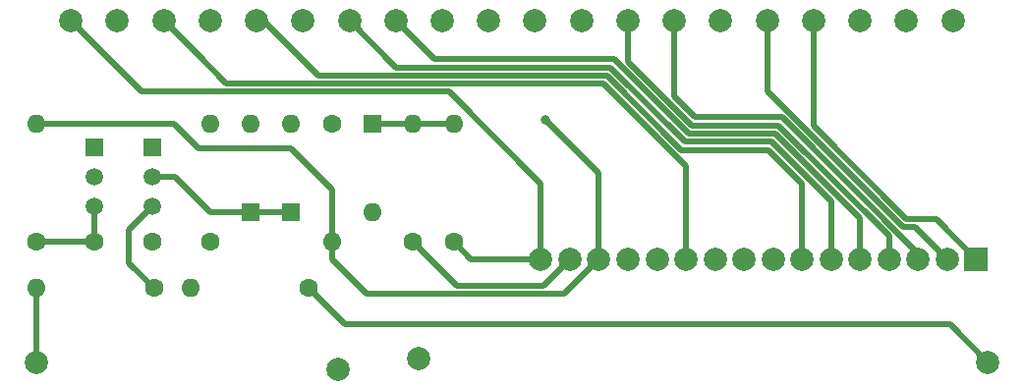
<source format=gtl>
%TF.GenerationSoftware,KiCad,Pcbnew,(5.1.7)-1*%
%TF.CreationDate,2021-11-13T14:15:28+01:00*%
%TF.ProjectId,display-board,64697370-6c61-4792-9d62-6f6172642e6b,rev?*%
%TF.SameCoordinates,Original*%
%TF.FileFunction,Copper,L1,Top*%
%TF.FilePolarity,Positive*%
%FSLAX46Y46*%
G04 Gerber Fmt 4.6, Leading zero omitted, Abs format (unit mm)*
G04 Created by KiCad (PCBNEW (5.1.7)-1) date 2021-11-13 14:15:28*
%MOMM*%
%LPD*%
G01*
G04 APERTURE LIST*
%TA.AperFunction,ComponentPad*%
%ADD10R,2.000000X2.000000*%
%TD*%
%TA.AperFunction,ComponentPad*%
%ADD11C,2.000000*%
%TD*%
%TA.AperFunction,ComponentPad*%
%ADD12C,1.600000*%
%TD*%
%TA.AperFunction,ComponentPad*%
%ADD13C,1.520000*%
%TD*%
%TA.AperFunction,ComponentPad*%
%ADD14R,1.520000X1.520000*%
%TD*%
%TA.AperFunction,ComponentPad*%
%ADD15O,1.600000X1.600000*%
%TD*%
%TA.AperFunction,ComponentPad*%
%ADD16R,1.600000X1.600000*%
%TD*%
%TA.AperFunction,ViaPad*%
%ADD17C,0.800000*%
%TD*%
%TA.AperFunction,Conductor*%
%ADD18C,0.500000*%
%TD*%
G04 APERTURE END LIST*
D10*
%TO.P,J2,1*%
%TO.N,D17*%
X105000000Y-42500000D03*
D11*
%TO.P,J2,2*%
%TO.N,D16*%
X102500000Y-42500000D03*
%TO.P,J2,3*%
%TO.N,D14*%
X100000000Y-42500000D03*
%TO.P,J2,4*%
%TO.N,D13*%
X97500000Y-42500000D03*
%TO.P,J2,5*%
%TO.N,D8*%
X95000000Y-42500000D03*
%TO.P,J2,6*%
%TO.N,D7*%
X92500000Y-42500000D03*
%TO.P,J2,7*%
%TO.N,D5*%
X90000000Y-42500000D03*
%TO.P,J2,8*%
%TO.N,P602_9*%
X87500000Y-42500000D03*
%TO.P,J2,9*%
%TO.N,D6*%
X85000000Y-42500000D03*
%TO.P,J2,10*%
%TO.N,D9*%
X82500000Y-42500000D03*
%TO.P,J2,11*%
%TO.N,D12*%
X80000000Y-42500000D03*
%TO.P,J2,12*%
%TO.N,D15*%
X77500000Y-42500000D03*
%TO.P,J2,13*%
%TO.N,D18*%
X75000000Y-42500000D03*
%TO.P,J2,14*%
%TO.N,D10*%
X72500000Y-42500000D03*
%TO.P,J2,15*%
%TO.N,D20*%
X70000000Y-42500000D03*
%TO.P,J2,16*%
%TO.N,D1*%
X67500000Y-42500000D03*
%TD*%
%TO.P,J3,1*%
%TO.N,Net-(J3-Pad1)*%
X24000000Y-51400000D03*
%TD*%
%TO.P,J4,1*%
%TO.N,Net-(J4-Pad1)*%
X106000000Y-51400000D03*
%TD*%
%TO.P,J6,1*%
%TO.N,Net-(J6-Pad1)*%
X57000000Y-51100000D03*
%TD*%
%TO.P,J5,1*%
%TO.N,Net-(J5-Pad1)*%
X50000000Y-52000000D03*
%TD*%
D12*
%TO.P,C701,1*%
%TO.N,Net-(C701-Pad1)*%
X34000000Y-41040000D03*
%TO.P,C701,2*%
%TO.N,Net-(C701-Pad2)*%
X29000000Y-41040000D03*
%TD*%
D13*
%TO.P,T702,2*%
%TO.N,Net-(D701-Pad1)*%
X34000000Y-35440000D03*
%TO.P,T702,3*%
%TO.N,Net-(R704-Pad1)*%
X34000000Y-37980000D03*
D14*
%TO.P,T702,1*%
%TO.N,P602_9*%
X34000000Y-32900000D03*
%TD*%
D13*
%TO.P,T701,2*%
%TO.N,Net-(C701-Pad1)*%
X29000000Y-35440000D03*
%TO.P,T701,3*%
%TO.N,Net-(C701-Pad2)*%
X29000000Y-37980000D03*
D14*
%TO.P,T701,1*%
%TO.N,P602_9*%
X29000000Y-32900000D03*
%TD*%
D12*
%TO.P,R707,1*%
%TO.N,D20*%
X56500000Y-41040000D03*
D15*
%TO.P,R707,2*%
%TO.N,Net-(D703-Pad1)*%
X56500000Y-30880000D03*
%TD*%
D12*
%TO.P,R706,1*%
%TO.N,D1*%
X60000000Y-41040000D03*
D15*
%TO.P,R706,2*%
%TO.N,Net-(D703-Pad1)*%
X60000000Y-30880000D03*
%TD*%
D12*
%TO.P,R705,1*%
%TO.N,Net-(J4-Pad1)*%
X47500000Y-45000000D03*
D15*
%TO.P,R705,2*%
%TO.N,Net-(C701-Pad1)*%
X37340000Y-45000000D03*
%TD*%
D12*
%TO.P,R704,1*%
%TO.N,Net-(R704-Pad1)*%
X34160000Y-45000000D03*
D15*
%TO.P,R704,2*%
%TO.N,Net-(J3-Pad1)*%
X24000000Y-45000000D03*
%TD*%
D12*
%TO.P,R703,1*%
%TO.N,Net-(C701-Pad2)*%
X24000000Y-41040000D03*
D15*
%TO.P,R703,2*%
%TO.N,D10*%
X24000000Y-30880000D03*
%TD*%
D12*
%TO.P,R702,1*%
%TO.N,Net-(C701-Pad1)*%
X39000000Y-41040000D03*
D15*
%TO.P,R702,2*%
%TO.N,D2*%
X39000000Y-30880000D03*
%TD*%
D12*
%TO.P,R701,1*%
%TO.N,D4*%
X49500000Y-30880000D03*
D15*
%TO.P,R701,2*%
%TO.N,D10*%
X49500000Y-41040000D03*
%TD*%
D16*
%TO.P,D703,1*%
%TO.N,Net-(D703-Pad1)*%
X53000000Y-30880000D03*
D15*
%TO.P,D703,2*%
%TO.N,P602_9*%
X53000000Y-38500000D03*
%TD*%
D16*
%TO.P,D702,1*%
%TO.N,Net-(D701-Pad1)*%
X42500000Y-38500000D03*
D15*
%TO.P,D702,2*%
%TO.N,D2*%
X42500000Y-30880000D03*
%TD*%
D16*
%TO.P,D701,1*%
%TO.N,Net-(D701-Pad1)*%
X46000000Y-38500000D03*
D15*
%TO.P,D701,2*%
%TO.N,D4*%
X46000000Y-30880000D03*
%TD*%
D11*
%TO.P,J1,20*%
%TO.N,D20*%
X103000000Y-22000000D03*
%TO.P,J1,19*%
%TO.N,D19*%
X99000000Y-22000000D03*
%TO.P,J1,18*%
%TO.N,D18*%
X95000000Y-22000000D03*
%TO.P,J1,17*%
%TO.N,D17*%
X91000000Y-22000000D03*
%TO.P,J1,16*%
%TO.N,D16*%
X87000000Y-22000000D03*
%TO.P,J1,15*%
%TO.N,D15*%
X83000000Y-22000000D03*
%TO.P,J1,14*%
%TO.N,D14*%
X79000000Y-22000000D03*
%TO.P,J1,13*%
%TO.N,D13*%
X75000000Y-22000000D03*
%TO.P,J1,12*%
%TO.N,D12*%
X71000000Y-22000000D03*
%TO.P,J1,11*%
%TO.N,D11*%
X67000000Y-22000000D03*
%TO.P,J1,10*%
%TO.N,D10*%
X63000000Y-22000000D03*
%TO.P,J1,9*%
%TO.N,D9*%
X59000000Y-22000000D03*
%TO.P,J1,8*%
%TO.N,D8*%
X55000000Y-22000000D03*
%TO.P,J1,7*%
%TO.N,D7*%
X51000000Y-22000000D03*
%TO.P,J1,6*%
%TO.N,D6*%
X47000000Y-22000000D03*
%TO.P,J1,5*%
%TO.N,D5*%
X43000000Y-22000000D03*
%TO.P,J1,4*%
%TO.N,D4*%
X39000000Y-22000000D03*
%TO.P,J1,3*%
%TO.N,D12*%
X35000000Y-22000000D03*
%TO.P,J1,2*%
%TO.N,D2*%
X31000000Y-22000000D03*
%TO.P,J1,1*%
%TO.N,D1*%
X27000000Y-22000000D03*
%TD*%
D17*
%TO.N,D10*%
X67900000Y-30500000D03*
%TD*%
D18*
%TO.N,D20*%
X67700010Y-44799990D02*
X70000000Y-42500000D01*
X60259990Y-44799990D02*
X67700010Y-44799990D01*
X56500000Y-41040000D02*
X60259990Y-44799990D01*
%TO.N,D17*%
X91000000Y-31060224D02*
X91000000Y-22000000D01*
X98999804Y-39060028D02*
X91000000Y-31060224D01*
X101560028Y-39060028D02*
X98999804Y-39060028D01*
X105000000Y-42500000D02*
X101560028Y-39060028D01*
%TO.N,D16*%
X87000000Y-22000000D02*
X87000000Y-28050186D01*
X87000000Y-28050186D02*
X98709852Y-39760038D01*
X99760038Y-39760038D02*
X98709852Y-39760038D01*
X102500000Y-42500000D02*
X99760038Y-39760038D01*
%TO.N,D14*%
X100000000Y-42040148D02*
X100000000Y-42500000D01*
X88259842Y-30299990D02*
X100000000Y-42040148D01*
X80799990Y-30299990D02*
X88259842Y-30299990D01*
X79000000Y-28500000D02*
X80799990Y-30299990D01*
X79000000Y-22000000D02*
X79000000Y-28500000D01*
%TO.N,D13*%
X87969889Y-31000000D02*
X97500000Y-40530111D01*
X80500000Y-31000000D02*
X87969889Y-31000000D01*
X75000000Y-25500000D02*
X80500000Y-31000000D01*
X97500000Y-40530111D02*
X97500000Y-42500000D01*
X75000000Y-22000000D02*
X75000000Y-25500000D01*
%TO.N,D12*%
X37799990Y-24799990D02*
X35000000Y-22000000D01*
X40400030Y-27400030D02*
X37799990Y-24799990D01*
X72920106Y-27400030D02*
X40400030Y-27400030D01*
X73500000Y-27979924D02*
X72920106Y-27400030D01*
X73500000Y-28000000D02*
X73500000Y-27979924D01*
X80000000Y-34500000D02*
X73500000Y-28000000D01*
X80000000Y-42500000D02*
X80000000Y-34500000D01*
%TO.N,D10*%
X72500000Y-42500000D02*
X72500000Y-35100000D01*
X72500000Y-35100000D02*
X67900000Y-30500000D01*
X49500000Y-41040000D02*
X49500000Y-36500000D01*
X49500000Y-36500000D02*
X46000000Y-33000000D01*
X69500000Y-45500000D02*
X72500000Y-42500000D01*
X52500000Y-45500000D02*
X69500000Y-45500000D01*
X49500000Y-42500000D02*
X52500000Y-45500000D01*
X49500000Y-41040000D02*
X49500000Y-42500000D01*
X24000000Y-30880000D02*
X35880000Y-30880000D01*
X35880000Y-30880000D02*
X38000000Y-33000000D01*
X38000000Y-33000000D02*
X46000000Y-33000000D01*
%TO.N,D8*%
X95000000Y-40000000D02*
X95000000Y-42500000D01*
X95000000Y-39020074D02*
X95000000Y-40000000D01*
X87679936Y-31700010D02*
X95000000Y-39020074D01*
X80210047Y-31700010D02*
X87679936Y-31700010D01*
X73810038Y-25300000D02*
X80210047Y-31700010D01*
X58300000Y-25300000D02*
X73810038Y-25300000D01*
X55000000Y-22000000D02*
X58300000Y-25300000D01*
%TO.N,D7*%
X92500000Y-38500000D02*
X92500000Y-42500000D01*
X92500000Y-37510037D02*
X92500000Y-38500000D01*
X87389983Y-32400020D02*
X92500000Y-37510037D01*
X79900020Y-32400020D02*
X87389983Y-32400020D01*
X73500010Y-26000010D02*
X79900020Y-32400020D01*
X55000010Y-26000010D02*
X73500010Y-26000010D01*
X51000000Y-22000000D02*
X55000010Y-26000010D01*
%TO.N,D5*%
X43599924Y-22000000D02*
X43000000Y-22000000D01*
X73210058Y-26700020D02*
X48299944Y-26700020D01*
X79610067Y-33100030D02*
X73210058Y-26700020D01*
X48299944Y-26700020D02*
X43599924Y-22000000D01*
X87100030Y-33100030D02*
X79610067Y-33100030D01*
X90000000Y-36000000D02*
X87100030Y-33100030D01*
X90000000Y-42500000D02*
X90000000Y-36000000D01*
%TO.N,D2*%
X42460000Y-30840000D02*
X42500000Y-30880000D01*
%TO.N,D1*%
X67500000Y-36000000D02*
X67500000Y-42500000D01*
X59600040Y-28100040D02*
X67500000Y-36000000D01*
X33100040Y-28100040D02*
X59600040Y-28100040D01*
X27000000Y-22000000D02*
X33100040Y-28100040D01*
X60000000Y-41040000D02*
X61460000Y-42500000D01*
X61460000Y-42500000D02*
X67500000Y-42500000D01*
%TO.N,Net-(C701-Pad2)*%
X29000000Y-37980000D02*
X29000000Y-41040000D01*
X24000000Y-41040000D02*
X29000000Y-41040000D01*
%TO.N,Net-(D701-Pad1)*%
X43000000Y-38500000D02*
X46000000Y-38500000D01*
X35940000Y-35440000D02*
X39000000Y-38500000D01*
X34000000Y-35440000D02*
X35940000Y-35440000D01*
X39000000Y-38500000D02*
X42500000Y-38500000D01*
%TO.N,Net-(D703-Pad1)*%
X56840000Y-31000000D02*
X57000000Y-30840000D01*
X53000000Y-30880000D02*
X60000000Y-30880000D01*
%TO.N,Net-(R704-Pad1)*%
X34160000Y-45000000D02*
X32000000Y-42840000D01*
X32000000Y-39980000D02*
X32000000Y-42840000D01*
X34000000Y-37980000D02*
X32000000Y-39980000D01*
%TO.N,Net-(J3-Pad1)*%
X24000000Y-51400000D02*
X24000000Y-45000000D01*
%TO.N,Net-(J4-Pad1)*%
X102750010Y-48150010D02*
X106000000Y-51400000D01*
X50650010Y-48150010D02*
X102750010Y-48150010D01*
X47500000Y-45000000D02*
X50650010Y-48150010D01*
%TD*%
M02*

</source>
